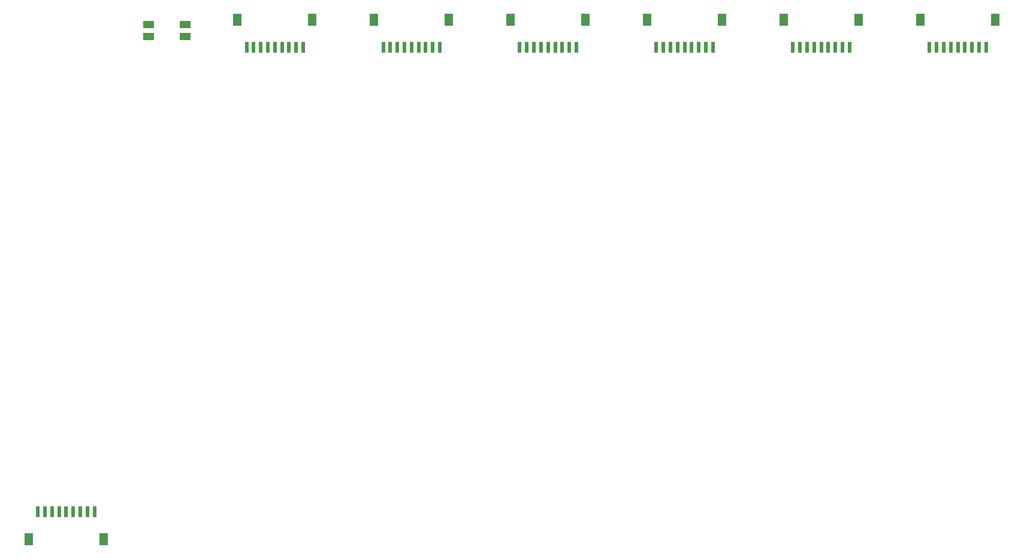
<source format=gbp>
G04 #@! TF.GenerationSoftware,KiCad,Pcbnew,7.0.8*
G04 #@! TF.CreationDate,2023-10-17T17:27:17-07:00*
G04 #@! TF.ProjectId,Seismos_CoreR,53656973-6d6f-4735-9f43-6f7265522e6b,rev?*
G04 #@! TF.SameCoordinates,Original*
G04 #@! TF.FileFunction,Paste,Bot*
G04 #@! TF.FilePolarity,Positive*
%FSLAX46Y46*%
G04 Gerber Fmt 4.6, Leading zero omitted, Abs format (unit mm)*
G04 Created by KiCad (PCBNEW 7.0.8) date 2023-10-17 17:27:17*
%MOMM*%
%LPD*%
G01*
G04 APERTURE LIST*
%ADD10R,0.600000X1.550000*%
%ADD11R,1.200000X1.800000*%
%ADD12R,1.550000X1.000000*%
G04 APERTURE END LIST*
D10*
X67000000Y-25375000D03*
X68000000Y-25375000D03*
X69000000Y-25375000D03*
X70000000Y-25375000D03*
X71000000Y-25375000D03*
X72000000Y-25375000D03*
X73000000Y-25375000D03*
X74000000Y-25375000D03*
X75000000Y-25375000D03*
D11*
X65700000Y-21500000D03*
X76300000Y-21500000D03*
D10*
X86300000Y-25375000D03*
X87300000Y-25375000D03*
X88300000Y-25375000D03*
X89300000Y-25375000D03*
X90300000Y-25375000D03*
X91300000Y-25375000D03*
X92300000Y-25375000D03*
X93300000Y-25375000D03*
X94300000Y-25375000D03*
D11*
X85000000Y-21500000D03*
X95600000Y-21500000D03*
D12*
X58312500Y-23899500D03*
X58312500Y-22199500D03*
X53112500Y-23899500D03*
X53112500Y-22199500D03*
D10*
X45500000Y-91125000D03*
X44500000Y-91125000D03*
X43500000Y-91125000D03*
X42500000Y-91125000D03*
X41500000Y-91125000D03*
X40500000Y-91125000D03*
X39500000Y-91125000D03*
X38500000Y-91125000D03*
X37500000Y-91125000D03*
D11*
X46800000Y-95000000D03*
X36200000Y-95000000D03*
D10*
X163500000Y-25375000D03*
X164500000Y-25375000D03*
X165500000Y-25375000D03*
X166500000Y-25375000D03*
X167500000Y-25375000D03*
X168500000Y-25375000D03*
X169500000Y-25375000D03*
X170500000Y-25375000D03*
X171500000Y-25375000D03*
D11*
X162200000Y-21500000D03*
X172800000Y-21500000D03*
D10*
X124900000Y-25375000D03*
X125900000Y-25375000D03*
X126900000Y-25375000D03*
X127900000Y-25375000D03*
X128900000Y-25375000D03*
X129900000Y-25375000D03*
X130900000Y-25375000D03*
X131900000Y-25375000D03*
X132900000Y-25375000D03*
D11*
X123600000Y-21500000D03*
X134200000Y-21500000D03*
D10*
X105600000Y-25375000D03*
X106600000Y-25375000D03*
X107600000Y-25375000D03*
X108600000Y-25375000D03*
X109600000Y-25375000D03*
X110600000Y-25375000D03*
X111600000Y-25375000D03*
X112600000Y-25375000D03*
X113600000Y-25375000D03*
D11*
X104300000Y-21500000D03*
X114900000Y-21500000D03*
D10*
X144200000Y-25375000D03*
X145200000Y-25375000D03*
X146200000Y-25375000D03*
X147200000Y-25375000D03*
X148200000Y-25375000D03*
X149200000Y-25375000D03*
X150200000Y-25375000D03*
X151200000Y-25375000D03*
X152200000Y-25375000D03*
D11*
X142900000Y-21500000D03*
X153500000Y-21500000D03*
M02*

</source>
